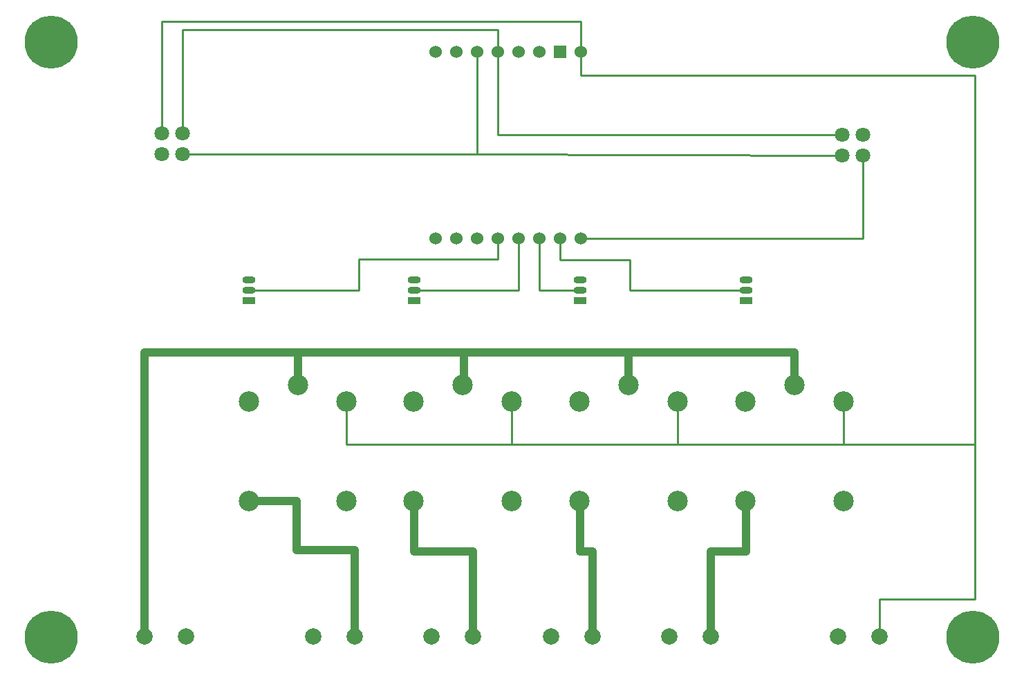
<source format=gtl>
G04 Layer: TopLayer*
G04 EasyEDA v6.5.15, 2022-09-15 03:13:50*
G04 2db389ccdbee4c0ebea6c66897aa8e11,4bb84c5f6c124816bf94f4484d05adb3,10*
G04 Gerber Generator version 0.2*
G04 Scale: 100 percent, Rotated: No, Reflected: No *
G04 Dimensions in millimeters *
G04 leading zeros omitted , absolute positions ,4 integer and 5 decimal *
%FSLAX45Y45*%
%MOMM*%

%ADD10C,0.2540*%
%ADD11C,1.0000*%
%ADD12C,1.8000*%
%ADD13C,2.5000*%
%ADD14C,2.0000*%
%ADD15O,1.5999968X0.8999982*%
%ADD16R,1.6000X0.9000*%
%ADD17C,1.5240*%
%ADD18R,1.5240X1.5240*%
%ADD19C,6.5000*%

%LPD*%
D10*
X7543800Y10033000D02*
G01*
X7543800Y9740900D01*
X12369800Y9740900D01*
X12369800Y3327400D01*
X11201400Y3327400D01*
X11201400Y2870200D01*
X3479800Y7112000D02*
G01*
X4826000Y7112000D01*
X4826000Y7493000D01*
X6527800Y7493000D01*
X6527800Y7747000D01*
X5499100Y7112000D02*
G01*
X6781800Y7112000D01*
X6781800Y7747000D01*
X7531100Y7112000D02*
G01*
X7035800Y7112000D01*
X7035800Y7747000D01*
X9563100Y7112000D02*
G01*
X8140700Y7112000D01*
X8140700Y7480300D01*
X7289800Y7480300D01*
X7289800Y7747000D01*
D11*
X4076395Y5949314D02*
G01*
X4076395Y6350000D01*
X3476401Y4529305D02*
G01*
X4064000Y4529305D01*
X4064000Y3924300D01*
X4775200Y3924300D01*
X4775200Y2882900D01*
X8127695Y5949314D02*
G01*
X8127695Y6350000D01*
X6108700Y6350000D01*
X10159695Y5949314D02*
G01*
X10159695Y6350000D01*
X8127695Y6350000D01*
D10*
X2413000Y9029700D02*
G01*
X2413000Y10401300D01*
X7543800Y10401300D01*
X7543800Y10033000D01*
X2667000Y9029700D02*
G01*
X2667000Y10299700D01*
X6527800Y10299700D01*
X6527800Y10033000D01*
X10744200Y8763000D02*
G01*
X6273800Y8775700D01*
X6273800Y10033000D01*
X6527800Y10033000D02*
G01*
X6527800Y9017000D01*
X10744200Y9017000D01*
X10998200Y8763000D02*
G01*
X10998200Y7747000D01*
X7543800Y7747000D01*
X2667000Y8775700D02*
G01*
X6273800Y8775700D01*
D11*
X2197100Y2870200D02*
G01*
X2197100Y6350000D01*
X6108700Y6350000D01*
X6108700Y5962319D01*
X6095695Y5949314D01*
X6223000Y2870200D02*
G01*
X6223000Y3911600D01*
X5499100Y3911600D01*
X5499100Y4525898D01*
X5495696Y4529302D01*
X7683500Y2870200D02*
G01*
X7683500Y3911600D01*
X7531100Y3911600D01*
X7531100Y4525898D01*
X7527696Y4529302D01*
X9131300Y2870200D02*
G01*
X9131300Y3911600D01*
X9563100Y3911600D01*
X9563100Y4525898D01*
X9559696Y4529302D01*
D10*
X12369800Y5218653D02*
G01*
X10761649Y5218653D01*
X10759701Y5749302D01*
X10761649Y5218653D02*
G01*
X8725408Y5218653D01*
X8727701Y5749302D01*
X6696202Y5218684D02*
G01*
X4673600Y5218684D01*
X4676401Y5749302D01*
X8725408Y5218684D02*
G01*
X6696202Y5218684D01*
X6695701Y5749302D01*
D12*
G01*
X10744200Y8763000D03*
G01*
X10744200Y9017000D03*
G01*
X10998200Y8763000D03*
G01*
X10998200Y9017000D03*
G01*
X2667000Y9029700D03*
G01*
X2667000Y8775700D03*
G01*
X2413000Y9029700D03*
G01*
X2413000Y8775700D03*
D13*
G01*
X3476396Y5749289D03*
G01*
X4676393Y5749289D03*
G01*
X4076395Y5949314D03*
G01*
X4676393Y4529302D03*
G01*
X3476396Y4529302D03*
G01*
X5495696Y5749289D03*
G01*
X6695693Y5749289D03*
G01*
X6095695Y5949314D03*
G01*
X6695693Y4529302D03*
G01*
X5495696Y4529302D03*
G01*
X7527696Y5749289D03*
G01*
X8727693Y5749289D03*
G01*
X8127695Y5949314D03*
G01*
X8727693Y4529302D03*
G01*
X7527696Y4529302D03*
G01*
X9559696Y5749289D03*
G01*
X10759693Y5749289D03*
G01*
X10159695Y5949314D03*
G01*
X10759693Y4529302D03*
G01*
X9559696Y4529302D03*
D14*
G01*
X4267200Y2870200D03*
G01*
X4775200Y2870200D03*
G01*
X5715000Y2870200D03*
G01*
X6223000Y2870200D03*
G01*
X7175500Y2870200D03*
G01*
X7683500Y2870200D03*
G01*
X8623300Y2870200D03*
G01*
X9131300Y2870200D03*
G01*
X2197100Y2870200D03*
G01*
X2705100Y2870200D03*
G01*
X10693400Y2870200D03*
G01*
X11201400Y2870200D03*
D15*
G01*
X3479800Y7239000D03*
G01*
X3479800Y7112000D03*
D16*
G01*
X3479800Y6985000D03*
D15*
G01*
X5499100Y7239000D03*
G01*
X5499100Y7112000D03*
D16*
G01*
X5499100Y6985000D03*
D15*
G01*
X7531100Y7239000D03*
G01*
X7531100Y7112000D03*
D16*
G01*
X7531100Y6985000D03*
D15*
G01*
X9563100Y7239000D03*
G01*
X9563100Y7112000D03*
D16*
G01*
X9563100Y6985000D03*
D17*
G01*
X7543800Y10033000D03*
D18*
G01*
X7289800Y10033000D03*
D17*
G01*
X7035800Y10033000D03*
G01*
X6781800Y10033000D03*
G01*
X6527800Y10033000D03*
G01*
X6273800Y10033000D03*
G01*
X6019800Y10033000D03*
G01*
X5765800Y10033000D03*
G01*
X7543800Y7747000D03*
G01*
X7289800Y7747000D03*
G01*
X7035800Y7747000D03*
G01*
X6781800Y7747000D03*
G01*
X6527800Y7747000D03*
G01*
X6273800Y7747000D03*
G01*
X6019800Y7747000D03*
G01*
X5765800Y7747000D03*
D19*
G01*
X12344400Y10147300D03*
G01*
X12344400Y2857500D03*
G01*
X1054100Y2857500D03*
G01*
X1054100Y10147300D03*
M02*

</source>
